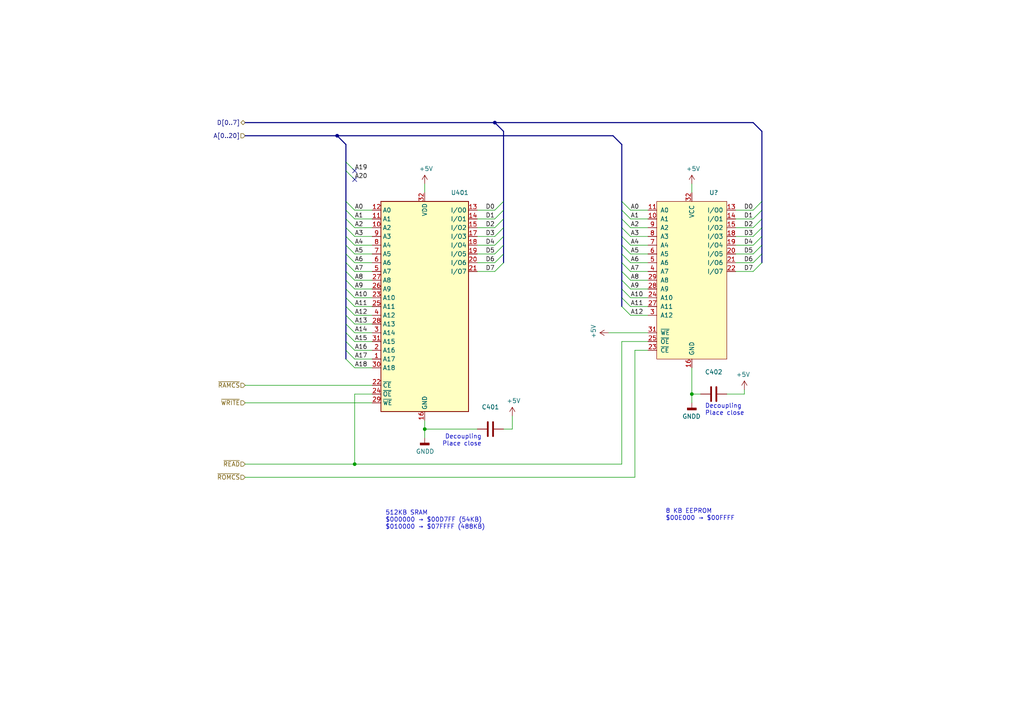
<source format=kicad_sch>
(kicad_sch (version 20211123) (generator eeschema)
  (paper "A4")
  (title_block (title "W65C816S Computer") (date "2020-03-01") (rev "A01") (company "Calle Englund"))
  (lib_symbols
    (symbol "Device:C" (pin_numbers hide) (pin_names (offset 0.254))
      (property "Reference" "C" (at 0.635 2.54 0))
      (property "Value" "C" (at 0.635 -2.54 0))
      (symbol "C_0_1"
        (polyline (pts (xy -2.032 -0.762) (xy 2.032 -0.762)) (stroke (width 0.508)))
        (polyline (pts (xy -2.032 0.762) (xy 2.032 0.762)) (stroke (width 0.508)))
      )
      (symbol "C_1_1"
        (pin passive line (at 0 3.81 270) (length 2.794) (name "~") (number "1"))
        (pin passive line (at 0 -3.81 90) (length 2.794) (name "~") (number "2"))
      )
    )
    (symbol "Memory_RAM:IS61C5128AS-25TLI"
      (property "Reference" "U" (at -10.16 31.75 0))
      (property "Value" "IS61C5128AS-25TLI" (at 12.7 31.75 0))
      (symbol "IS61C5128AS-25TLI_0_1"
        (rectangle (start -12.7 30.48) (end 12.7 -30.48) (stroke (width 0.254)) (fill (type background)))
      )
      (symbol "IS61C5128AS-25TLI_1_1"
        (pin input line (at -15.24 -15.24 0) (length 2.54) (name "A17") (number "1"))
        (pin input line (at -15.24 22.86 0) (length 2.54) (name "A2") (number "10"))
        (pin input line (at -15.24 25.4 0) (length 2.54) (name "A1") (number "11"))
        (pin input line (at -15.24 27.94 0) (length 2.54) (name "A0") (number "12"))
        (pin bidirectional line (at 15.24 27.94 180) (length 2.54) (name "I/O0") (number "13"))
        (pin bidirectional line (at 15.24 25.4 180) (length 2.54) (name "I/O1") (number "14"))
        (pin bidirectional line (at 15.24 22.86 180) (length 2.54) (name "I/O2") (number "15"))
        (pin power_in line (at 0 -33.02 90) (length 2.54) (name "GND") (number "16"))
        (pin bidirectional line (at 15.24 20.32 180) (length 2.54) (name "I/O3") (number "17"))
        (pin bidirectional line (at 15.24 17.78 180) (length 2.54) (name "I/O4") (number "18"))
        (pin bidirectional line (at 15.24 15.24 180) (length 2.54) (name "I/O5") (number "19"))
        (pin input line (at -15.24 -12.7 0) (length 2.54) (name "A16") (number "2"))
        (pin bidirectional line (at 15.24 12.7 180) (length 2.54) (name "I/O6") (number "20"))
        (pin bidirectional line (at 15.24 10.16 180) (length 2.54) (name "I/O7") (number "21"))
        (pin input line (at -15.24 -22.86 0) (length 2.54) (name "~{CE}") (number "22"))
        (pin input line (at -15.24 2.54 0) (length 2.54) (name "A10") (number "23"))
        (pin input line (at -15.24 -25.4 0) (length 2.54) (name "~{OE}") (number "24"))
        (pin input line (at -15.24 0 0) (length 2.54) (name "A11") (number "25"))
        (pin input line (at -15.24 5.08 0) (length 2.54) (name "A9") (number "26"))
        (pin input line (at -15.24 7.62 0) (length 2.54) (name "A8") (number "27"))
        (pin input line (at -15.24 -5.08 0) (length 2.54) (name "A13") (number "28"))
        (pin input line (at -15.24 -27.94 0) (length 2.54) (name "~{WE}") (number "29"))
        (pin input line (at -15.24 -7.62 0) (length 2.54) (name "A14") (number "3"))
        (pin input line (at -15.24 -17.78 0) (length 2.54) (name "A18") (number "30"))
        (pin input line (at -15.24 -10.16 0) (length 2.54) (name "A15") (number "31"))
        (pin power_in line (at 0 33.02 270) (length 2.54) (name "VDD") (number "32"))
        (pin input line (at -15.24 -2.54 0) (length 2.54) (name "A12") (number "4"))
        (pin input line (at -15.24 10.16 0) (length 2.54) (name "A7") (number "5"))
        (pin input line (at -15.24 12.7 0) (length 2.54) (name "A6") (number "6"))
        (pin input line (at -15.24 15.24 0) (length 2.54) (name "A5") (number "7"))
        (pin input line (at -15.24 17.78 0) (length 2.54) (name "A4") (number "8"))
        (pin input line (at -15.24 20.32 0) (length 2.54) (name "A3") (number "9"))
      )
    )
    (symbol "X65C816-rescue:AT28HC64B-xxJU-Memory_EEPROM" (pin_names (offset 1.016))
      (property "Reference" "U" (at 5.08 24.13 0))
      (property "Value" "AT28HC64B-xxJU-Memory_EEPROM" (at 0 0 90))
      (symbol "AT28HC64B-xxJU-Memory_EEPROM_0_1"
        (rectangle (start -10.16 22.86) (end 10.16 -22.86) (fill (type background)))
      )
      (symbol "AT28HC64B-xxJU-Memory_EEPROM_1_1"
        (pin no_connect line (at 12.7 -7.62 180) (length 2.54) hide (name "DC") (number "1"))
        (pin input line (at -12.7 17.78 0) (length 2.54) (name "A1") (number "10"))
        (pin input line (at -12.7 20.32 0) (length 2.54) (name "A0") (number "11"))
        (pin no_connect line (at 12.7 -12.7 180) (length 2.54) hide (name "NC") (number "12"))
        (pin bidirectional line (at 12.7 20.32 180) (length 2.54) (name "I/O0") (number "13"))
        (pin bidirectional line (at 12.7 17.78 180) (length 2.54) (name "I/O1") (number "14"))
        (pin bidirectional line (at 12.7 15.24 180) (length 2.54) (name "I/O2") (number "15"))
        (pin power_in line (at 0 -25.4 90) (length 2.54) (name "GND") (number "16"))
        (pin no_connect line (at 12.7 -15.24 180) (length 2.54) hide (name "DC") (number "17"))
        (pin bidirectional line (at 12.7 12.7 180) (length 2.54) (name "I/O3") (number "18"))
        (pin bidirectional line (at 12.7 10.16 180) (length 2.54) (name "I/O4") (number "19"))
        (pin no_connect line (at 12.7 -10.16 180) (length 2.54) hide (name "NC") (number "2"))
        (pin bidirectional line (at 12.7 7.62 180) (length 2.54) (name "I/O5") (number "20"))
        (pin bidirectional line (at 12.7 5.08 180) (length 2.54) (name "I/O6") (number "21"))
        (pin bidirectional line (at 12.7 2.54 180) (length 2.54) (name "I/O7") (number "22"))
        (pin input line (at -12.7 -20.32 0) (length 2.54) (name "~{CE}") (number "23"))
        (pin input line (at -12.7 -5.08 0) (length 2.54) (name "A10") (number "24"))
        (pin input line (at -12.7 -17.78 0) (length 2.54) (name "~{OE}") (number "25"))
        (pin no_connect line (at 12.7 -17.78 180) (length 2.54) hide (name "NC") (number "26"))
        (pin input line (at -12.7 -7.62 0) (length 2.54) (name "A11") (number "27"))
        (pin input line (at -12.7 -2.54 0) (length 2.54) (name "A9") (number "28"))
        (pin input line (at -12.7 0 0) (length 2.54) (name "A8") (number "29"))
        (pin input line (at -12.7 -10.16 0) (length 2.54) (name "A12") (number "3"))
        (pin no_connect line (at 12.7 -20.32 180) (length 2.54) hide (name "NC") (number "30"))
        (pin input line (at -12.7 -15.24 0) (length 2.54) (name "~{WE}") (number "31"))
        (pin power_in line (at 0 25.4 270) (length 2.54) (name "VCC") (number "32"))
        (pin input line (at -12.7 2.54 0) (length 2.54) (name "A7") (number "4"))
        (pin input line (at -12.7 5.08 0) (length 2.54) (name "A6") (number "5"))
        (pin input line (at -12.7 7.62 0) (length 2.54) (name "A5") (number "6"))
        (pin input line (at -12.7 10.16 0) (length 2.54) (name "A4") (number "7"))
        (pin input line (at -12.7 12.7 0) (length 2.54) (name "A3") (number "8"))
        (pin input line (at -12.7 15.24 0) (length 2.54) (name "A2") (number "9"))
      )
    )
    (symbol "power:+5V" (power) (pin_names (offset 0))
      (property "Value" "+5V" (at 0 3.556 0))
      (symbol "+5V_0_1"
        (polyline (pts (xy -0.762 1.27) (xy 0 2.54)))
        (polyline (pts (xy 0 0) (xy 0 2.54)))
        (polyline (pts (xy 0 2.54) (xy 0.762 1.27)))
      )
      (symbol "+5V_1_1"
        (pin power_in line (at 0 0 90) (length 0) hide (name "+5V") (number "1"))
      )
    )
    (symbol "power:GNDD" (power) (pin_names (offset 0))
      (property "Value" "GNDD" (at 0 -3.175 0))
      (symbol "GNDD_0_1"
        (rectangle (start -1.27 -1.524) (end 1.27 -2.032) (stroke (width 0.254)) (fill (type outline)))
        (polyline (pts (xy 0 0) (xy 0 -1.524)))
      )
      (symbol "GNDD_1_1"
        (pin power_in line (at 0 0 270) (length 0) hide (name "GNDD") (number "1"))
      )
    )
  )
  (junction (at 123.19 124.46))
  (junction (at 143.51 35.56))
  (junction (at 102.87 134.62))
  (junction (at 97.79 39.37))
  (junction (at 200.66 114.3))
  (no_connect (at 102.87 52.07))
  (no_connect (at 102.87 49.53))
  (bus_entry (at 100.33 96.52) (size 2.54 2.54))
  (bus_entry (at 100.33 88.9) (size 2.54 2.54))
  (bus_entry (at 180.34 68.58) (size 2.54 2.54))
  (bus_entry (at 180.34 63.5) (size 2.54 2.54))
  (bus_entry (at 100.33 66.04) (size 2.54 2.54))
  (bus_entry (at 100.33 83.82) (size 2.54 2.54))
  (bus_entry (at 100.33 101.6) (size 2.54 2.54))
  (bus_entry (at 143.51 78.74) (size 2.54 -2.54))
  (bus_entry (at 218.44 73.66) (size 2.54 -2.54))
  (bus_entry (at 180.34 66.04) (size 2.54 2.54))
  (bus_entry (at 180.34 81.28) (size 2.54 2.54))
  (bus_entry (at 100.33 71.12) (size 2.54 2.54))
  (bus_entry (at 100.33 76.2) (size 2.54 2.54))
  (bus_entry (at 218.44 63.5) (size 2.54 -2.54))
  (bus_entry (at 218.44 66.04) (size 2.54 -2.54))
  (bus_entry (at 143.51 76.2) (size 2.54 -2.54))
  (bus_entry (at 143.51 68.58) (size 2.54 -2.54))
  (bus_entry (at 100.33 81.28) (size 2.54 2.54))
  (bus_entry (at 180.34 76.2) (size 2.54 2.54))
  (bus_entry (at 180.34 83.82) (size 2.54 2.54))
  (bus_entry (at 100.33 58.42) (size 2.54 2.54))
  (bus_entry (at 100.33 104.14) (size 2.54 2.54))
  (bus_entry (at 218.44 76.2) (size 2.54 -2.54))
  (bus_entry (at 100.33 78.74) (size 2.54 2.54))
  (bus_entry (at 100.33 86.36) (size 2.54 2.54))
  (bus_entry (at 218.44 78.74) (size 2.54 -2.54))
  (bus_entry (at 180.34 71.12) (size 2.54 2.54))
  (bus_entry (at 143.51 66.04) (size 2.54 -2.54))
  (bus_entry (at 100.33 46.99) (size 2.54 2.54))
  (bus_entry (at 180.34 86.36) (size 2.54 2.54))
  (bus_entry (at 100.33 49.53) (size 2.54 2.54))
  (bus_entry (at 180.34 88.9) (size 2.54 2.54))
  (bus_entry (at 143.51 60.96) (size 2.54 -2.54))
  (bus_entry (at 100.33 91.44) (size 2.54 2.54))
  (bus_entry (at 180.34 78.74) (size 2.54 2.54))
  (bus_entry (at 143.51 71.12) (size 2.54 -2.54))
  (bus_entry (at 218.44 68.58) (size 2.54 -2.54))
  (bus_entry (at 100.33 60.96) (size 2.54 2.54))
  (bus_entry (at 180.34 60.96) (size 2.54 2.54))
  (bus_entry (at 218.44 60.96) (size 2.54 -2.54))
  (bus_entry (at 143.51 73.66) (size 2.54 -2.54))
  (bus_entry (at 100.33 63.5) (size 2.54 2.54))
  (bus_entry (at 180.34 58.42) (size 2.54 2.54))
  (bus_entry (at 100.33 93.98) (size 2.54 2.54))
  (bus_entry (at 100.33 68.58) (size 2.54 2.54))
  (bus_entry (at 218.44 71.12) (size 2.54 -2.54))
  (bus_entry (at 143.51 63.5) (size 2.54 -2.54))
  (bus_entry (at 100.33 99.06) (size 2.54 2.54))
  (bus_entry (at 100.33 73.66) (size 2.54 2.54))
  (bus_entry (at 180.34 73.66) (size 2.54 2.54))
  (wire (pts (xy 180.34 99.06) (xy 187.96 99.06)))
  (wire (pts (xy 203.2 114.3) (xy 200.66 114.3)))
  (wire (pts (xy 213.36 71.12) (xy 218.44 71.12)))
  (wire (pts (xy 102.87 91.44) (xy 107.95 91.44)))
  (bus (pts (xy 146.05 63.5) (xy 146.05 66.04)))
  (bus (pts (xy 71.12 35.56) (xy 143.51 35.56)))
  (bus (pts (xy 146.05 58.42) (xy 146.05 60.96)))
  (wire (pts (xy 148.59 120.65) (xy 148.59 124.46)))
  (wire (pts (xy 200.66 116.84) (xy 200.66 114.3)))
  (wire (pts (xy 138.43 68.58) (xy 143.51 68.58)))
  (wire (pts (xy 182.88 88.9) (xy 187.96 88.9)))
  (wire (pts (xy 213.36 60.96) (xy 218.44 60.96)))
  (bus (pts (xy 100.33 71.12) (xy 100.33 73.66)))
  (wire (pts (xy 102.87 73.66) (xy 107.95 73.66)))
  (bus (pts (xy 100.33 86.36) (xy 100.33 88.9)))
  (wire (pts (xy 102.87 71.12) (xy 107.95 71.12)))
  (wire (pts (xy 71.12 138.43) (xy 184.15 138.43)))
  (wire (pts (xy 180.34 134.62) (xy 180.34 99.06)))
  (bus (pts (xy 143.51 35.56) (xy 218.44 35.56)))
  (bus (pts (xy 180.34 86.36) (xy 180.34 88.9)))
  (wire (pts (xy 107.95 114.3) (xy 102.87 114.3)))
  (wire (pts (xy 138.43 76.2) (xy 143.51 76.2)))
  (wire (pts (xy 102.87 106.68) (xy 107.95 106.68)))
  (bus (pts (xy 146.05 60.96) (xy 146.05 63.5)))
  (wire (pts (xy 213.36 76.2) (xy 218.44 76.2)))
  (wire (pts (xy 215.9 113.03) (xy 215.9 114.3)))
  (bus (pts (xy 100.33 41.91) (xy 100.33 46.99)))
  (wire (pts (xy 102.87 101.6) (xy 107.95 101.6)))
  (wire (pts (xy 182.88 86.36) (xy 187.96 86.36)))
  (wire (pts (xy 102.87 66.04) (xy 107.95 66.04)))
  (bus (pts (xy 180.34 78.74) (xy 180.34 81.28)))
  (bus (pts (xy 100.33 81.28) (xy 100.33 83.82)))
  (bus (pts (xy 180.34 73.66) (xy 180.34 76.2)))
  (wire (pts (xy 71.12 111.76) (xy 107.95 111.76)))
  (wire (pts (xy 123.19 53.34) (xy 123.19 55.88)))
  (wire (pts (xy 176.53 96.52) (xy 187.96 96.52)))
  (wire (pts (xy 138.43 63.5) (xy 143.51 63.5)))
  (wire (pts (xy 138.43 66.04) (xy 143.51 66.04)))
  (wire (pts (xy 187.96 101.6) (xy 184.15 101.6)))
  (bus (pts (xy 100.33 68.58) (xy 100.33 71.12)))
  (wire (pts (xy 102.87 96.52) (xy 107.95 96.52)))
  (wire (pts (xy 213.36 73.66) (xy 218.44 73.66)))
  (bus (pts (xy 100.33 58.42) (xy 100.33 60.96)))
  (bus (pts (xy 218.44 35.56) (xy 220.98 38.1)))
  (bus (pts (xy 180.34 71.12) (xy 180.34 73.66)))
  (wire (pts (xy 102.87 83.82) (xy 107.95 83.82)))
  (bus (pts (xy 220.98 68.58) (xy 220.98 71.12)))
  (bus (pts (xy 71.12 39.37) (xy 97.79 39.37)))
  (wire (pts (xy 182.88 66.04) (xy 187.96 66.04)))
  (bus (pts (xy 220.98 71.12) (xy 220.98 73.66)))
  (wire (pts (xy 215.9 114.3) (xy 210.82 114.3)))
  (wire (pts (xy 71.12 134.62) (xy 102.87 134.62)))
  (bus (pts (xy 220.98 63.5) (xy 220.98 66.04)))
  (wire (pts (xy 102.87 63.5) (xy 107.95 63.5)))
  (wire (pts (xy 182.88 68.58) (xy 187.96 68.58)))
  (bus (pts (xy 146.05 38.1) (xy 146.05 58.42)))
  (bus (pts (xy 180.34 63.5) (xy 180.34 66.04)))
  (bus (pts (xy 97.79 39.37) (xy 177.8 39.37)))
  (wire (pts (xy 123.19 127) (xy 123.19 124.46)))
  (bus (pts (xy 146.05 68.58) (xy 146.05 71.12)))
  (bus (pts (xy 180.34 76.2) (xy 180.34 78.74)))
  (bus (pts (xy 97.79 39.37) (xy 100.33 41.91)))
  (wire (pts (xy 148.59 124.46) (xy 146.05 124.46)))
  (wire (pts (xy 138.43 60.96) (xy 143.51 60.96)))
  (bus (pts (xy 220.98 73.66) (xy 220.98 76.2)))
  (bus (pts (xy 100.33 83.82) (xy 100.33 86.36)))
  (wire (pts (xy 102.87 86.36) (xy 107.95 86.36)))
  (bus (pts (xy 146.05 66.04) (xy 146.05 68.58)))
  (bus (pts (xy 100.33 101.6) (xy 100.33 104.14)))
  (bus (pts (xy 100.33 96.52) (xy 100.33 99.06)))
  (bus (pts (xy 180.34 60.96) (xy 180.34 63.5)))
  (bus (pts (xy 100.33 49.53) (xy 100.33 58.42)))
  (wire (pts (xy 138.43 73.66) (xy 143.51 73.66)))
  (wire (pts (xy 102.87 134.62) (xy 180.34 134.62)))
  (wire (pts (xy 102.87 114.3) (xy 102.87 134.62)))
  (bus (pts (xy 143.51 35.56) (xy 146.05 38.1)))
  (wire (pts (xy 138.43 71.12) (xy 143.51 71.12)))
  (wire (pts (xy 213.36 66.04) (xy 218.44 66.04)))
  (bus (pts (xy 220.98 66.04) (xy 220.98 68.58)))
  (wire (pts (xy 102.87 104.14) (xy 107.95 104.14)))
  (wire (pts (xy 138.43 78.74) (xy 143.51 78.74)))
  (bus (pts (xy 180.34 66.04) (xy 180.34 68.58)))
  (bus (pts (xy 180.34 58.42) (xy 180.34 60.96)))
  (bus (pts (xy 220.98 60.96) (xy 220.98 63.5)))
  (bus (pts (xy 146.05 73.66) (xy 146.05 76.2)))
  (wire (pts (xy 102.87 60.96) (xy 107.95 60.96)))
  (wire (pts (xy 200.66 106.68) (xy 200.66 114.3)))
  (bus (pts (xy 100.33 93.98) (xy 100.33 96.52)))
  (wire (pts (xy 102.87 99.06) (xy 107.95 99.06)))
  (wire (pts (xy 182.88 91.44) (xy 187.96 91.44)))
  (bus (pts (xy 180.34 41.91) (xy 180.34 58.42)))
  (bus (pts (xy 180.34 83.82) (xy 180.34 86.36)))
  (bus (pts (xy 100.33 73.66) (xy 100.33 76.2)))
  (bus (pts (xy 100.33 99.06) (xy 100.33 101.6)))
  (wire (pts (xy 182.88 73.66) (xy 187.96 73.66)))
  (wire (pts (xy 102.87 76.2) (xy 107.95 76.2)))
  (wire (pts (xy 102.87 68.58) (xy 107.95 68.58)))
  (wire (pts (xy 213.36 78.74) (xy 218.44 78.74)))
  (wire (pts (xy 182.88 76.2) (xy 187.96 76.2)))
  (bus (pts (xy 220.98 38.1) (xy 220.98 58.42)))
  (wire (pts (xy 102.87 93.98) (xy 107.95 93.98)))
  (bus (pts (xy 100.33 66.04) (xy 100.33 68.58)))
  (bus (pts (xy 220.98 58.42) (xy 220.98 60.96)))
  (wire (pts (xy 184.15 101.6) (xy 184.15 138.43)))
  (bus (pts (xy 180.34 81.28) (xy 180.34 83.82)))
  (wire (pts (xy 182.88 83.82) (xy 187.96 83.82)))
  (wire (pts (xy 182.88 78.74) (xy 187.96 78.74)))
  (bus (pts (xy 180.34 68.58) (xy 180.34 71.12)))
  (bus (pts (xy 100.33 63.5) (xy 100.33 66.04)))
  (wire (pts (xy 102.87 81.28) (xy 107.95 81.28)))
  (bus (pts (xy 100.33 91.44) (xy 100.33 93.98)))
  (wire (pts (xy 213.36 63.5) (xy 218.44 63.5)))
  (bus (pts (xy 100.33 76.2) (xy 100.33 78.74)))
  (wire (pts (xy 102.87 88.9) (xy 107.95 88.9)))
  (wire (pts (xy 200.66 53.34) (xy 200.66 55.88)))
  (wire (pts (xy 182.88 71.12) (xy 187.96 71.12)))
  (wire (pts (xy 102.87 78.74) (xy 107.95 78.74)))
  (bus (pts (xy 100.33 60.96) (xy 100.33 63.5)))
  (wire (pts (xy 182.88 81.28) (xy 187.96 81.28)))
  (bus (pts (xy 177.8 39.37) (xy 180.34 41.91)))
  (wire (pts (xy 213.36 68.58) (xy 218.44 68.58)))
  (bus (pts (xy 100.33 88.9) (xy 100.33 91.44)))
  (bus (pts (xy 146.05 71.12) (xy 146.05 73.66)))
  (wire (pts (xy 123.19 124.46) (xy 138.43 124.46)))
  (wire (pts (xy 182.88 63.5) (xy 187.96 63.5)))
  (wire (pts (xy 182.88 60.96) (xy 187.96 60.96)))
  (bus (pts (xy 100.33 78.74) (xy 100.33 81.28)))
  (bus (pts (xy 100.33 46.99) (xy 100.33 49.53)))
  (wire (pts (xy 71.12 116.84) (xy 107.95 116.84)))
  (wire (pts (xy 123.19 124.46) (xy 123.19 121.92)))
  (text "Decoupling\nPlace close" (at 139.7 129.54 180) (effects (font (size 1.27 1.27)) (justify right bottom)))
  (text "Decoupling\nPlace close" (at 204.47 120.65 0) (effects (font (size 1.27 1.27)) (justify left bottom)))
  (text "512KB SRAM\n$000000 → $00D7FF (54KB)\n$010000 → $07FFFF (488KB)" (at 111.76 153.67 0) (effects (font (size 1.27 1.27)) (justify left bottom)))
  (text "8 KB EEPROM\n$00E000 → $00FFFF" (at 193.04 151.13 0) (effects (font (size 1.27 1.27)) (justify left bottom)))
  (label "D7" (at 218.44 78.74 180))
  (label "D2" (at 218.44 66.04 180))
  (label "D6" (at 218.44 76.2 180))
  (label "A6" (at 182.88 76.2 0))
  (label "A2" (at 102.87 66.04 0))
  (label "A8" (at 182.88 81.28 0))
  (label "D4" (at 143.51 71.12 180))
  (label "D5" (at 143.51 73.66 180))
  (label "A9" (at 182.88 83.82 0))
  (label "A1" (at 102.87 63.5 0))
  (label "D4" (at 218.44 71.12 180))
  (label "A5" (at 182.88 73.66 0))
  (label "D6" (at 143.51 76.2 180))
  (label "A18" (at 102.87 106.68 0))
  (label "A7" (at 182.88 78.74 0))
  (label "A11" (at 182.88 88.9 0))
  (label "A0" (at 102.87 60.96 0))
  (label "A14" (at 102.87 96.52 0))
  (label "A19" (at 102.87 49.53 0))
  (label "A13" (at 102.87 93.98 0))
  (label "A10" (at 102.87 86.36 0))
  (label "A3" (at 102.87 68.58 0))
  (label "D3" (at 143.51 68.58 180))
  (label "A9" (at 102.87 83.82 0))
  (label "A17" (at 102.87 104.14 0))
  (label "D0" (at 143.51 60.96 180))
  (label "A4" (at 102.87 71.12 0))
  (label "D2" (at 143.51 66.04 180))
  (label "D0" (at 218.44 60.96 180))
  (label "A20" (at 102.87 52.07 0))
  (label "D3" (at 218.44 68.58 180))
  (label "A6" (at 102.87 76.2 0))
  (label "A1" (at 182.88 63.5 0))
  (label "D5" (at 218.44 73.66 180))
  (label "A8" (at 102.87 81.28 0))
  (label "A7" (at 102.87 78.74 0))
  (label "A0" (at 182.88 60.96 0))
  (label "D1" (at 218.44 63.5 180))
  (label "A12" (at 102.87 91.44 0))
  (label "A10" (at 182.88 86.36 0))
  (label "A4" (at 182.88 71.12 0))
  (label "A2" (at 182.88 66.04 0))
  (label "A3" (at 182.88 68.58 0))
  (label "A15" (at 102.87 99.06 0))
  (label "D7" (at 143.51 78.74 180))
  (label "A12" (at 182.88 91.44 0))
  (label "A11" (at 102.87 88.9 0))
  (label "A16" (at 102.87 101.6 0))
  (label "A5" (at 102.87 73.66 0))
  (label "D1" (at 143.51 63.5 180))
  (hierarchical_label "~{RAMCS}" (shape input) (at 71.12 111.76 180))
  (hierarchical_label "A[0..20]" (shape input) (at 71.12 39.37 180))
  (hierarchical_label "~{READ}" (shape input) (at 71.12 134.62 180))
  (hierarchical_label "D[0..7]" (shape bidirectional) (at 71.12 35.56 180))
  (hierarchical_label "~{WRITE}" (shape input) (at 71.12 116.84 180))
  (hierarchical_label "~{ROMCS}" (shape input) (at 71.12 138.43 180))
  (symbol (lib_id "Memory_RAM:IS61C5128AS-25TLI") (at 123.19 88.9 0) (unit 1)
    (property "Reference" "U401" (at 133.35 55.88 0))
    (property "Datasheet" "https://www.mouser.se/datasheet/2/100/001-95418_CY62148GN_MoBL_R_4-Mbit_512K_X_8_Static_-972388.pdf" (effects hide))
  )
  (symbol (lib_id "X65C816-rescue:AT28HC64B-xxJU-Memory_EEPROM") (at 200.66 81.28 0) (unit 1)
    (property "Reference" "U?" (at 207.01 55.88 0))
    (property "Datasheet" "https://www.mouser.se/datasheet/2/268/doc0274-1115092.pdf" (effects hide))
  )
  (symbol (lib_id "Device:C") (at 142.24 124.46 270) (unit 1)
    (property "Reference" "C401" (at 142.24 118.0592 90))
  )
  (symbol (lib_id "Device:C") (at 207.01 114.3 90) (mirror x) (unit 1)
    (property "Reference" "C402" (at 207.01 107.8992 90))
  )
  (symbol (lib_id "power:+5V") (at 176.53 96.52 90) (unit 1)
    (property "Reference" "#PWR0404" (effects hide))
  )
  (symbol (lib_id "power:GNDD") (at 200.66 116.84 0) (mirror y) (unit 1)
    (property "Reference" "#PWR0406" (effects hide))
  )
  (symbol (lib_id "power:+5V") (at 215.9 113.03 0) (mirror y) (unit 1)
    (property "Reference" "#PWR0407" (effects hide))
  )
  (symbol (lib_id "power:+5V") (at 200.66 53.34 0) (unit 1)
    (property "Reference" "#PWR0405" (effects hide))
  )
  (symbol (lib_id "power:+5V") (at 148.59 120.65 0) (unit 1)
    (property "Reference" "#PWR0403" (effects hide))
  )
  (symbol (lib_id "power:GNDD") (at 123.19 127 0) (unit 1)
    (property "Reference" "#PWR0402" (effects hide))
  )
  (symbol (lib_id "power:+5V") (at 123.19 53.34 0) (unit 1)
    (property "Reference" "#PWR0401" (effects hide))
  )
)
</source>
